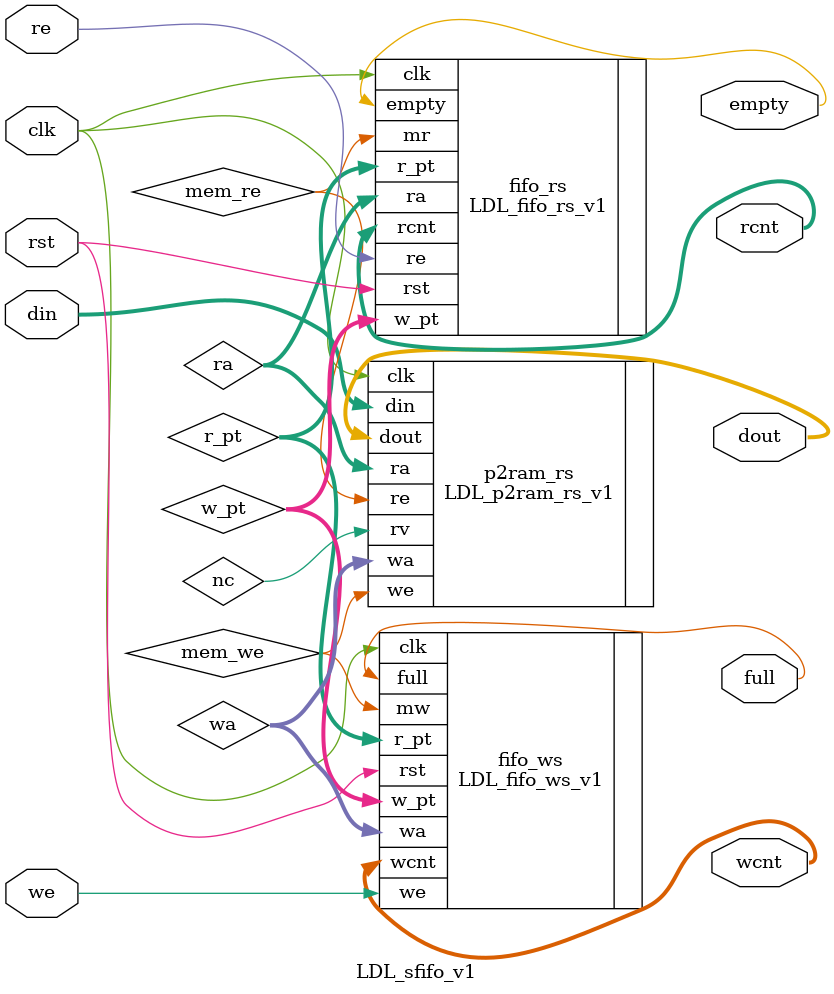
<source format=sv>

module  LDL_sfifo_v1
#(parameter
    DW  = 8
   ,AW  = 8
   ,AHEAD  = 1 //1 is mem_read_address ahead
)(
     input                  clk
   , input                  rst
   , input                  we
   , input                  re
   , input       [DW -1:0]  din
   ,output                  empty
   ,output                  full
   ,output       [DW -1:0]  dout
   ,output       [AW   :0]  wcnt
   ,output       [AW   :0]  rcnt
);

wire  [AW -1 : 0]  wa, ra;
wire  [AW    : 0]  w_pt, r_pt;
wire               mem_we, mem_re;

LDL_fifo_ws_v1 #(
        .AW                     ( AW                     ),
        .AHEAD                  ( AHEAD                  )
    )
    fifo_ws
    (
        .clk                    ( clk                    ), //I
        .rst                    ( rst                    ), //I
        .we                     ( we                     ), //I
        .full                   ( full                   ), //O
        .wa                     ( wa                     ), //O [AW-1:0]
        .r_pt                   ( r_pt                   ), //I [AW  :0]
        .w_pt                   ( w_pt                   ), //O [AW  :0]
        .mw                     ( mem_we                 ), //O
        .wcnt                   ( wcnt                   )  //O [AW  :0]
    );


LDL_fifo_rs_v1 #(
        .AW                     ( AW                     ),
        .AHEAD                  ( AHEAD                  )
    )
    fifo_rs
    (
        .clk                    ( clk                    ), //I
        .rst                    ( rst                    ), //I
        .re                     ( re                     ), //I
        .empty                  ( empty                  ), //O
        .ra                     ( ra                     ), //O [AW-1:0]
        .r_pt                   ( r_pt                   ), //O [AW  :0]
        .w_pt                   ( w_pt                   ), //I [AW  :0]
        .mr                     ( mem_re                 ), //O
        .rcnt                   ( rcnt                   )  //O [AW  :0]
    );


wire    nc;

LDL_p2ram_rs_v1 #(
        .DW                     ( DW                     ),
        .DEPTH                  ( 1 << AW                ),
        .AW                     ( AW                     )
    )
    p2ram_rs (
        .clk                    ( clk                    ), //I
        .we                     ( mem_we                 ), //I
        .wa                     ( wa                     ), //I [AW-1:0]
        .din                    ( din                    ), //I [DW-1:0]
        .re                     ( mem_re                 ), //I
        .ra                     ( ra                     ), //I [AW-1:0]
        .dout                   ( dout                   ), //O [DW-1:0]
        .rv                     ( nc                     )  //O
    );

endmodule // LDL.


</source>
